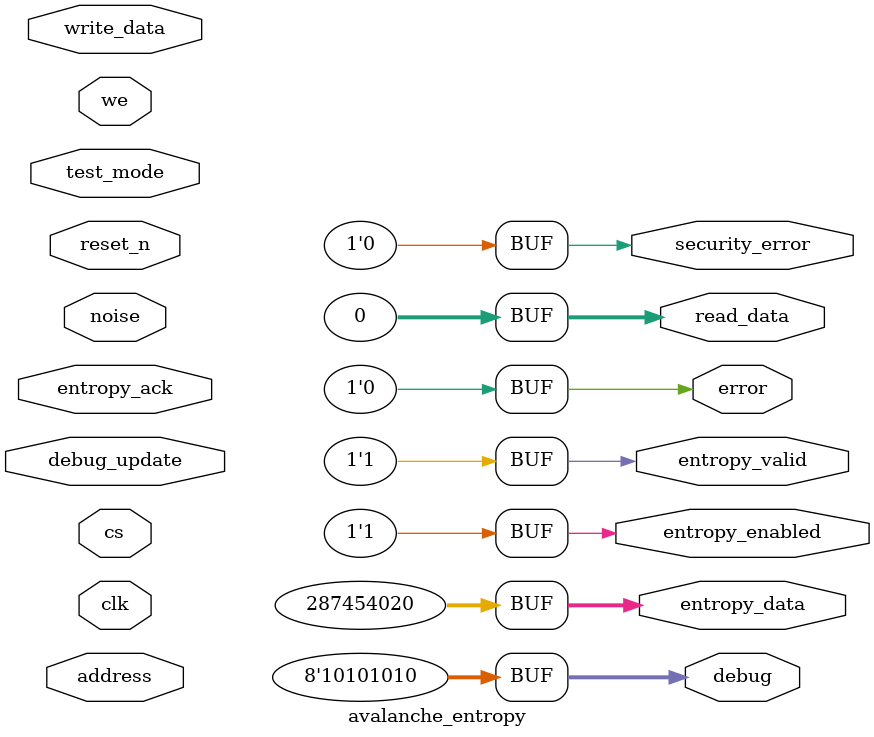
<source format=v>

module avalanche_entropy(
                         input wire           clk,
                         input wire           reset_n,

                         input wire           noise,

                         input wire           cs,
                         input wire           we,
                         input wire  [7 : 0]  address,
                         input wire  [31 : 0] write_data,
                         output wire [31 : 0] read_data,
                         output wire          error,

                         input wire           test_mode,
                         output wire          security_error,

                         output wire          entropy_enabled,
                         output wire [31 : 0] entropy_data,
                         output wire          entropy_valid,
                         input wire           entropy_ack,

                         output wire [7 : 0]  debug,
                         input wire           debug_update
                        );


  //----------------------------------------------------------------
  // Concurrent connectivity for ports etc.
  //----------------------------------------------------------------
  assign read_data      = 32'h00000000;
  assign error          = 0;
  assign security_error = 0;

  assign entropy_enabled = 1;
  assign entropy_data    = 32'h11223344;
  assign entropy_valid   = 1;

  assign debug           = 8'haa;

endmodule // avalanche_entropy

//======================================================================
// EOF avalanche_entropy.v
//======================================================================

</source>
